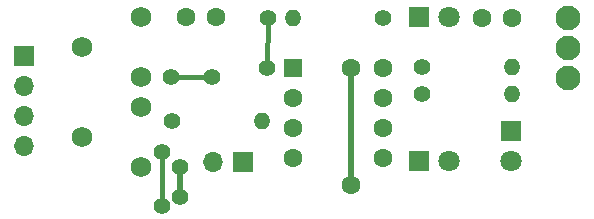
<source format=gbr>
G04 #@! TF.GenerationSoftware,KiCad,Pcbnew,5.1.5-52549c5~86~ubuntu16.04.1*
G04 #@! TF.CreationDate,2020-11-24T19:11:49+05:30*
G04 #@! TF.ProjectId,IR_Sensor_Module_555_V1.0_B,49525f53-656e-4736-9f72-5f4d6f64756c,V1.0*
G04 #@! TF.SameCoordinates,Original*
G04 #@! TF.FileFunction,Copper,L1,Top*
G04 #@! TF.FilePolarity,Positive*
%FSLAX46Y46*%
G04 Gerber Fmt 4.6, Leading zero omitted, Abs format (unit mm)*
G04 Created by KiCad (PCBNEW 5.1.5-52549c5~86~ubuntu16.04.1) date 2020-11-24 19:11:49*
%MOMM*%
%LPD*%
G04 APERTURE LIST*
%ADD10C,2.100000*%
%ADD11C,1.800000*%
%ADD12R,1.800000X1.800000*%
%ADD13C,1.750000*%
%ADD14O,1.400000X1.400000*%
%ADD15C,1.400000*%
%ADD16C,1.600000*%
%ADD17R,1.600000X1.600000*%
%ADD18O,1.700000X1.700000*%
%ADD19R,1.700000X1.700000*%
%ADD20C,0.406400*%
%ADD21C,0.508000*%
G04 APERTURE END LIST*
D10*
X147878800Y-101701600D03*
X147878800Y-104241600D03*
X147878800Y-106781600D03*
D11*
X137795000Y-101600000D03*
D12*
X135255000Y-101600000D03*
D11*
X137795000Y-113792000D03*
D12*
X135255000Y-113792000D03*
D13*
X111760000Y-114300000D03*
X106760000Y-111760000D03*
X111760000Y-109300000D03*
D14*
X124612400Y-101727000D03*
D15*
X132232400Y-101727000D03*
D16*
X132232400Y-105943400D03*
X132232400Y-108483400D03*
X132232400Y-111023400D03*
X132232400Y-113563400D03*
X124612400Y-113563400D03*
X124612400Y-111023400D03*
X124612400Y-108483400D03*
D17*
X124612400Y-105943400D03*
D14*
X143179800Y-105867200D03*
D15*
X135559800Y-105867200D03*
D14*
X143179800Y-108153200D03*
D15*
X135559800Y-108153200D03*
D14*
X121996200Y-110413800D03*
D15*
X114376200Y-110413800D03*
D16*
X140654400Y-101752400D03*
X143154400Y-101752400D03*
X118070000Y-101600000D03*
X115570000Y-101600000D03*
D13*
X111760000Y-106680000D03*
X106760000Y-104140000D03*
X111760000Y-101680000D03*
D18*
X101854000Y-112522000D03*
X101854000Y-109982000D03*
X101854000Y-107442000D03*
D19*
X101854000Y-104902000D03*
D18*
X117856000Y-113944400D03*
D19*
X120396000Y-113944400D03*
D11*
X143052800Y-113868200D03*
D12*
X143052800Y-111328200D03*
D15*
X122453400Y-105943400D03*
X122468336Y-101744975D03*
D16*
X129540000Y-105918000D03*
X129540000Y-115824000D03*
D15*
X115062000Y-114300000D03*
X115062000Y-116840000D03*
X113538000Y-117602000D03*
X113538000Y-113030000D03*
X114274600Y-106705400D03*
X117754400Y-106705400D03*
D20*
X122453400Y-101879400D02*
X122468336Y-101864464D01*
X122468336Y-101864464D02*
X122468336Y-101744975D01*
X122453400Y-105943400D02*
X122468336Y-101744975D01*
D21*
X129540000Y-105918000D02*
X129540000Y-115824000D01*
X115062000Y-114300000D02*
X115062000Y-116840000D01*
D20*
X113538000Y-113030000D02*
X113538000Y-117856000D01*
X114274600Y-106705400D02*
X117754400Y-106705400D01*
M02*

</source>
